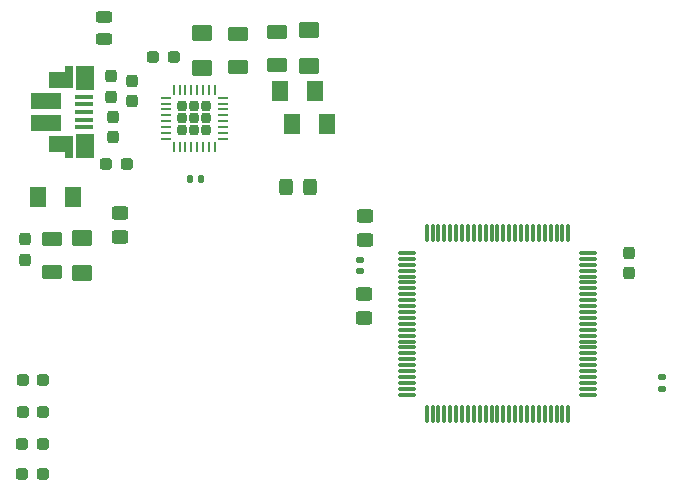
<source format=gtp>
G04 #@! TF.GenerationSoftware,KiCad,Pcbnew,(6.0.7)*
G04 #@! TF.CreationDate,2022-12-18T06:42:30+05:30*
G04 #@! TF.ProjectId,MicrocontrollerPcb,4d696372-6f63-46f6-9e74-726f6c6c6572,rev?*
G04 #@! TF.SameCoordinates,Original*
G04 #@! TF.FileFunction,Paste,Top*
G04 #@! TF.FilePolarity,Positive*
%FSLAX46Y46*%
G04 Gerber Fmt 4.6, Leading zero omitted, Abs format (unit mm)*
G04 Created by KiCad (PCBNEW (6.0.7)) date 2022-12-18 06:42:30*
%MOMM*%
%LPD*%
G01*
G04 APERTURE LIST*
G04 Aperture macros list*
%AMRoundRect*
0 Rectangle with rounded corners*
0 $1 Rounding radius*
0 $2 $3 $4 $5 $6 $7 $8 $9 X,Y pos of 4 corners*
0 Add a 4 corners polygon primitive as box body*
4,1,4,$2,$3,$4,$5,$6,$7,$8,$9,$2,$3,0*
0 Add four circle primitives for the rounded corners*
1,1,$1+$1,$2,$3*
1,1,$1+$1,$4,$5*
1,1,$1+$1,$6,$7*
1,1,$1+$1,$8,$9*
0 Add four rect primitives between the rounded corners*
20,1,$1+$1,$2,$3,$4,$5,0*
20,1,$1+$1,$4,$5,$6,$7,0*
20,1,$1+$1,$6,$7,$8,$9,0*
20,1,$1+$1,$8,$9,$2,$3,0*%
G04 Aperture macros list end*
%ADD10RoundRect,0.250001X0.462499X0.624999X-0.462499X0.624999X-0.462499X-0.624999X0.462499X-0.624999X0*%
%ADD11RoundRect,0.237500X-0.287500X-0.237500X0.287500X-0.237500X0.287500X0.237500X-0.287500X0.237500X0*%
%ADD12RoundRect,0.237500X0.287500X0.237500X-0.287500X0.237500X-0.287500X-0.237500X0.287500X-0.237500X0*%
%ADD13RoundRect,0.237500X0.237500X-0.287500X0.237500X0.287500X-0.237500X0.287500X-0.237500X-0.287500X0*%
%ADD14RoundRect,0.250000X0.450000X-0.325000X0.450000X0.325000X-0.450000X0.325000X-0.450000X-0.325000X0*%
%ADD15RoundRect,0.250000X-0.325000X-0.450000X0.325000X-0.450000X0.325000X0.450000X-0.325000X0.450000X0*%
%ADD16RoundRect,0.250000X-0.450000X0.325000X-0.450000X-0.325000X0.450000X-0.325000X0.450000X0.325000X0*%
%ADD17R,2.000000X1.350000*%
%ADD18R,0.700000X1.825000*%
%ADD19R,1.500000X2.000000*%
%ADD20R,1.650000X0.400000*%
%ADD21R,2.500000X1.430000*%
%ADD22RoundRect,0.250000X0.625000X-0.375000X0.625000X0.375000X-0.625000X0.375000X-0.625000X-0.375000X0*%
%ADD23RoundRect,0.207500X0.207500X-0.207500X0.207500X0.207500X-0.207500X0.207500X-0.207500X-0.207500X0*%
%ADD24RoundRect,0.062500X0.062500X-0.375000X0.062500X0.375000X-0.062500X0.375000X-0.062500X-0.375000X0*%
%ADD25RoundRect,0.062500X0.375000X-0.062500X0.375000X0.062500X-0.375000X0.062500X-0.375000X-0.062500X0*%
%ADD26RoundRect,0.075000X-0.075000X0.662500X-0.075000X-0.662500X0.075000X-0.662500X0.075000X0.662500X0*%
%ADD27RoundRect,0.075000X-0.662500X0.075000X-0.662500X-0.075000X0.662500X-0.075000X0.662500X0.075000X0*%
%ADD28RoundRect,0.147500X-0.172500X0.147500X-0.172500X-0.147500X0.172500X-0.147500X0.172500X0.147500X0*%
%ADD29RoundRect,0.147500X-0.147500X-0.172500X0.147500X-0.172500X0.147500X0.172500X-0.147500X0.172500X0*%
%ADD30RoundRect,0.147500X0.172500X-0.147500X0.172500X0.147500X-0.172500X0.147500X-0.172500X-0.147500X0*%
%ADD31RoundRect,0.243750X-0.456250X0.243750X-0.456250X-0.243750X0.456250X-0.243750X0.456250X0.243750X0*%
%ADD32RoundRect,0.250001X-0.624999X0.462499X-0.624999X-0.462499X0.624999X-0.462499X0.624999X0.462499X0*%
%ADD33RoundRect,0.250001X0.624999X-0.462499X0.624999X0.462499X-0.624999X0.462499X-0.624999X-0.462499X0*%
G04 APERTURE END LIST*
D10*
X149077500Y-81990000D03*
X146102500Y-81990000D03*
D11*
X144780000Y-102870000D03*
X146530000Y-102870000D03*
D12*
X155855000Y-70100000D03*
X157605000Y-70100000D03*
D13*
X196130000Y-88435000D03*
X196130000Y-86685000D03*
D11*
X146535000Y-100180000D03*
X144785000Y-100180000D03*
X144785000Y-97450000D03*
X146535000Y-97450000D03*
X146530000Y-105410000D03*
X144780000Y-105410000D03*
D13*
X145020000Y-87325000D03*
X145020000Y-85575000D03*
D14*
X173660000Y-92215000D03*
X173660000Y-90165000D03*
D15*
X169125000Y-81120000D03*
X167075000Y-81120000D03*
D16*
X153020000Y-83345000D03*
X153020000Y-85395000D03*
D14*
X173790000Y-83555000D03*
X173790000Y-85605000D03*
D17*
X148005000Y-77535000D03*
X148005000Y-72055000D03*
D18*
X148755000Y-71835000D03*
X148755000Y-77785000D03*
D19*
X150055000Y-71935000D03*
X150075000Y-77685000D03*
D20*
X149955000Y-73485000D03*
X149955000Y-74135000D03*
X149955000Y-74785000D03*
X149955000Y-75435000D03*
X149955000Y-76085000D03*
D21*
X146805000Y-73825000D03*
X146805000Y-75745000D03*
D22*
X147300000Y-88330000D03*
X147300000Y-85530000D03*
X163020000Y-68170000D03*
X163020000Y-70970000D03*
X166360000Y-70790000D03*
X166360000Y-67990000D03*
D23*
X158300000Y-76350000D03*
X159330000Y-76350000D03*
X160360000Y-76350000D03*
X158300000Y-75320000D03*
X159330000Y-75320000D03*
X160360000Y-75320000D03*
X158300000Y-74290000D03*
X159330000Y-74290000D03*
X160360000Y-74290000D03*
D24*
X157580000Y-77757500D03*
X158080000Y-77757500D03*
X158580000Y-77757500D03*
X159080000Y-77757500D03*
X159580000Y-77757500D03*
X160080000Y-77757500D03*
X160580000Y-77757500D03*
X161080000Y-77757500D03*
D25*
X161767500Y-77070000D03*
X161767500Y-76570000D03*
X161767500Y-76070000D03*
X161767500Y-75570000D03*
X161767500Y-75070000D03*
X161767500Y-74570000D03*
X161767500Y-74070000D03*
X161767500Y-73570000D03*
D24*
X161080000Y-72882500D03*
X160580000Y-72882500D03*
X160080000Y-72882500D03*
X159580000Y-72882500D03*
X159080000Y-72882500D03*
X158580000Y-72882500D03*
X158080000Y-72882500D03*
X157580000Y-72882500D03*
D25*
X156892500Y-73570000D03*
X156892500Y-74070000D03*
X156892500Y-74570000D03*
X156892500Y-75070000D03*
X156892500Y-75570000D03*
X156892500Y-76070000D03*
X156892500Y-76570000D03*
X156892500Y-77070000D03*
D26*
X191000000Y-85057500D03*
X190500000Y-85057500D03*
X190000000Y-85057500D03*
X189500000Y-85057500D03*
X189000000Y-85057500D03*
X188500000Y-85057500D03*
X188000000Y-85057500D03*
X187500000Y-85057500D03*
X187000000Y-85057500D03*
X186500000Y-85057500D03*
X186000000Y-85057500D03*
X185500000Y-85057500D03*
X185000000Y-85057500D03*
X184500000Y-85057500D03*
X184000000Y-85057500D03*
X183500000Y-85057500D03*
X183000000Y-85057500D03*
X182500000Y-85057500D03*
X182000000Y-85057500D03*
X181500000Y-85057500D03*
X181000000Y-85057500D03*
X180500000Y-85057500D03*
X180000000Y-85057500D03*
X179500000Y-85057500D03*
X179000000Y-85057500D03*
D27*
X177337500Y-86720000D03*
X177337500Y-87220000D03*
X177337500Y-87720000D03*
X177337500Y-88220000D03*
X177337500Y-88720000D03*
X177337500Y-89220000D03*
X177337500Y-89720000D03*
X177337500Y-90220000D03*
X177337500Y-90720000D03*
X177337500Y-91220000D03*
X177337500Y-91720000D03*
X177337500Y-92220000D03*
X177337500Y-92720000D03*
X177337500Y-93220000D03*
X177337500Y-93720000D03*
X177337500Y-94220000D03*
X177337500Y-94720000D03*
X177337500Y-95220000D03*
X177337500Y-95720000D03*
X177337500Y-96220000D03*
X177337500Y-96720000D03*
X177337500Y-97220000D03*
X177337500Y-97720000D03*
X177337500Y-98220000D03*
X177337500Y-98720000D03*
D26*
X179000000Y-100382500D03*
X179500000Y-100382500D03*
X180000000Y-100382500D03*
X180500000Y-100382500D03*
X181000000Y-100382500D03*
X181500000Y-100382500D03*
X182000000Y-100382500D03*
X182500000Y-100382500D03*
X183000000Y-100382500D03*
X183500000Y-100382500D03*
X184000000Y-100382500D03*
X184500000Y-100382500D03*
X185000000Y-100382500D03*
X185500000Y-100382500D03*
X186000000Y-100382500D03*
X186500000Y-100382500D03*
X187000000Y-100382500D03*
X187500000Y-100382500D03*
X188000000Y-100382500D03*
X188500000Y-100382500D03*
X189000000Y-100382500D03*
X189500000Y-100382500D03*
X190000000Y-100382500D03*
X190500000Y-100382500D03*
X191000000Y-100382500D03*
D27*
X192662500Y-98720000D03*
X192662500Y-98220000D03*
X192662500Y-97720000D03*
X192662500Y-97220000D03*
X192662500Y-96720000D03*
X192662500Y-96220000D03*
X192662500Y-95720000D03*
X192662500Y-95220000D03*
X192662500Y-94720000D03*
X192662500Y-94220000D03*
X192662500Y-93720000D03*
X192662500Y-93220000D03*
X192662500Y-92720000D03*
X192662500Y-92220000D03*
X192662500Y-91720000D03*
X192662500Y-91220000D03*
X192662500Y-90720000D03*
X192662500Y-90220000D03*
X192662500Y-89720000D03*
X192662500Y-89220000D03*
X192662500Y-88720000D03*
X192662500Y-88220000D03*
X192662500Y-87720000D03*
X192662500Y-87220000D03*
X192662500Y-86720000D03*
D28*
X198910000Y-98210000D03*
X198910000Y-97240000D03*
D29*
X158955000Y-80490000D03*
X159925000Y-80490000D03*
D30*
X173320000Y-87305000D03*
X173320000Y-88275000D03*
D13*
X152310000Y-71745000D03*
X152310000Y-73495000D03*
X152480000Y-76940000D03*
X152480000Y-75190000D03*
X154080000Y-72145000D03*
X154080000Y-73895000D03*
D12*
X153615000Y-79170000D03*
X151865000Y-79170000D03*
D31*
X151650000Y-66762500D03*
X151650000Y-68637500D03*
D32*
X159990000Y-68060000D03*
X159990000Y-71035000D03*
X169050000Y-70857500D03*
X169050000Y-67882500D03*
D33*
X149830000Y-88437500D03*
X149830000Y-85462500D03*
D10*
X167592500Y-75770000D03*
X170567500Y-75770000D03*
X169537500Y-73000000D03*
X166562500Y-73000000D03*
M02*

</source>
